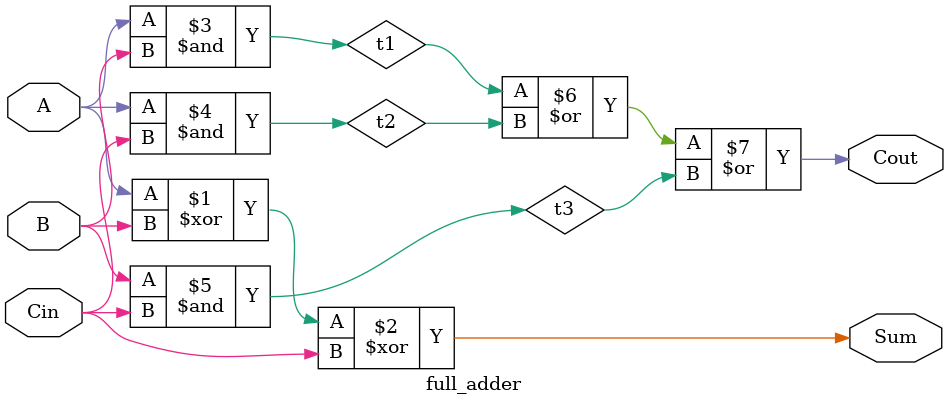
<source format=v>
module full_adder (
    input A, B,Cin,
    output Sum, Cout
);
	wire t1,t2,t3;
	xor g1 (Sum,A,B,Cin);
	and g2(t1,A,B);
	and g3(t2,A,Cin);
	and g4(t3,B,Cin);
	or g5(Cout,t1,t2,t3);
	
endmodule

</source>
